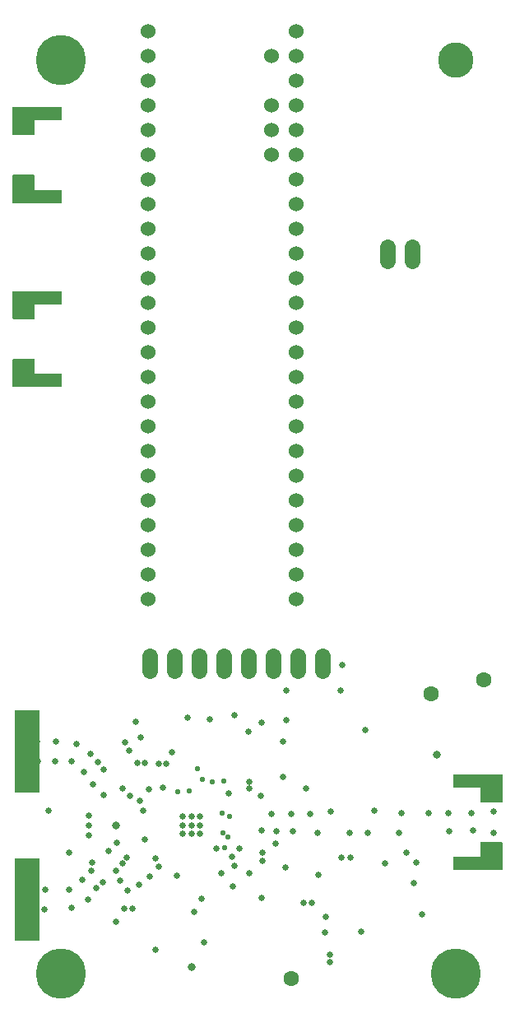
<source format=gbs>
G04 EAGLE Gerber RS-274X export*
G75*
%MOMM*%
%FSLAX34Y34*%
%LPD*%
%INSoldermask Bottom*%
%IPPOS*%
%AMOC8*
5,1,8,0,0,1.08239X$1,22.5*%
G01*
%ADD10C,3.632200*%
%ADD11R,2.616200X8.458200*%
%ADD12C,1.600200*%
%ADD13R,5.156200X1.346200*%
%ADD14C,1.524000*%
%ADD15C,1.576200*%
%ADD16C,0.533400*%
%ADD17C,0.635000*%
%ADD18C,5.156200*%
%ADD19C,1.600200*%
%ADD20C,0.629400*%
%ADD21C,0.838200*%
%ADD22C,0.679400*%

G36*
X22978Y887746D02*
X22978Y887746D01*
X23097Y887753D01*
X23135Y887766D01*
X23176Y887771D01*
X23286Y887814D01*
X23399Y887851D01*
X23434Y887873D01*
X23471Y887888D01*
X23567Y887958D01*
X23668Y888021D01*
X23696Y888051D01*
X23729Y888074D01*
X23805Y888166D01*
X23886Y888253D01*
X23906Y888288D01*
X23931Y888319D01*
X23982Y888427D01*
X24040Y888531D01*
X24050Y888571D01*
X24067Y888607D01*
X24089Y888724D01*
X24119Y888839D01*
X24123Y888900D01*
X24127Y888920D01*
X24125Y888940D01*
X24129Y889000D01*
X24129Y905003D01*
X37973Y905003D01*
X38091Y905018D01*
X38210Y905025D01*
X38248Y905038D01*
X38289Y905043D01*
X38399Y905086D01*
X38512Y905123D01*
X38547Y905145D01*
X38584Y905160D01*
X38680Y905230D01*
X38781Y905293D01*
X38809Y905323D01*
X38842Y905346D01*
X38918Y905438D01*
X38999Y905525D01*
X39019Y905560D01*
X39044Y905591D01*
X39095Y905699D01*
X39153Y905803D01*
X39163Y905843D01*
X39180Y905879D01*
X39202Y905996D01*
X39232Y906111D01*
X39236Y906172D01*
X39240Y906192D01*
X39238Y906212D01*
X39242Y906272D01*
X39242Y912749D01*
X39227Y912867D01*
X39220Y912986D01*
X39207Y913024D01*
X39202Y913065D01*
X39159Y913175D01*
X39122Y913288D01*
X39100Y913323D01*
X39085Y913360D01*
X39016Y913456D01*
X38952Y913557D01*
X38922Y913585D01*
X38899Y913618D01*
X38807Y913694D01*
X38720Y913775D01*
X38685Y913795D01*
X38654Y913820D01*
X38546Y913871D01*
X38442Y913929D01*
X38402Y913939D01*
X38366Y913956D01*
X38249Y913978D01*
X38134Y914008D01*
X38074Y914012D01*
X38054Y914016D01*
X38033Y914014D01*
X37973Y914018D01*
X2540Y914018D01*
X2422Y914003D01*
X2303Y913996D01*
X2265Y913983D01*
X2224Y913978D01*
X2114Y913935D01*
X2001Y913898D01*
X1966Y913876D01*
X1929Y913861D01*
X1833Y913792D01*
X1732Y913728D01*
X1704Y913698D01*
X1671Y913675D01*
X1596Y913583D01*
X1514Y913496D01*
X1494Y913461D01*
X1469Y913430D01*
X1418Y913322D01*
X1360Y913218D01*
X1350Y913178D01*
X1333Y913142D01*
X1311Y913025D01*
X1281Y912910D01*
X1277Y912850D01*
X1273Y912830D01*
X1275Y912809D01*
X1271Y912749D01*
X1271Y889000D01*
X1286Y888882D01*
X1293Y888763D01*
X1306Y888725D01*
X1311Y888684D01*
X1354Y888574D01*
X1391Y888461D01*
X1413Y888426D01*
X1428Y888389D01*
X1498Y888293D01*
X1561Y888192D01*
X1591Y888164D01*
X1614Y888131D01*
X1706Y888056D01*
X1793Y887974D01*
X1828Y887954D01*
X1859Y887929D01*
X1967Y887878D01*
X2071Y887820D01*
X2111Y887810D01*
X2147Y887793D01*
X2264Y887771D01*
X2379Y887741D01*
X2440Y887737D01*
X2460Y887733D01*
X2480Y887735D01*
X2540Y887731D01*
X22860Y887731D01*
X22978Y887746D01*
G37*
G36*
X22978Y698516D02*
X22978Y698516D01*
X23097Y698523D01*
X23135Y698536D01*
X23176Y698541D01*
X23286Y698584D01*
X23399Y698621D01*
X23434Y698643D01*
X23471Y698658D01*
X23567Y698728D01*
X23668Y698791D01*
X23696Y698821D01*
X23729Y698844D01*
X23805Y698936D01*
X23886Y699023D01*
X23906Y699058D01*
X23931Y699089D01*
X23982Y699197D01*
X24040Y699301D01*
X24050Y699341D01*
X24067Y699377D01*
X24089Y699494D01*
X24119Y699609D01*
X24123Y699670D01*
X24127Y699690D01*
X24125Y699710D01*
X24129Y699770D01*
X24129Y715773D01*
X37973Y715773D01*
X38091Y715788D01*
X38210Y715795D01*
X38248Y715808D01*
X38289Y715813D01*
X38399Y715856D01*
X38512Y715893D01*
X38547Y715915D01*
X38584Y715930D01*
X38680Y716000D01*
X38781Y716063D01*
X38809Y716093D01*
X38842Y716116D01*
X38918Y716208D01*
X38999Y716295D01*
X39019Y716330D01*
X39044Y716361D01*
X39095Y716469D01*
X39153Y716573D01*
X39163Y716613D01*
X39180Y716649D01*
X39202Y716766D01*
X39232Y716881D01*
X39236Y716942D01*
X39240Y716962D01*
X39238Y716982D01*
X39242Y717042D01*
X39242Y723519D01*
X39227Y723637D01*
X39220Y723756D01*
X39207Y723794D01*
X39202Y723835D01*
X39159Y723945D01*
X39122Y724058D01*
X39100Y724093D01*
X39085Y724130D01*
X39016Y724226D01*
X38952Y724327D01*
X38922Y724355D01*
X38899Y724388D01*
X38807Y724464D01*
X38720Y724545D01*
X38685Y724565D01*
X38654Y724590D01*
X38546Y724641D01*
X38442Y724699D01*
X38402Y724709D01*
X38366Y724726D01*
X38249Y724748D01*
X38134Y724778D01*
X38074Y724782D01*
X38054Y724786D01*
X38033Y724784D01*
X37973Y724788D01*
X2540Y724788D01*
X2422Y724773D01*
X2303Y724766D01*
X2265Y724753D01*
X2224Y724748D01*
X2114Y724705D01*
X2001Y724668D01*
X1966Y724646D01*
X1929Y724631D01*
X1833Y724562D01*
X1732Y724498D01*
X1704Y724468D01*
X1671Y724445D01*
X1596Y724353D01*
X1514Y724266D01*
X1494Y724231D01*
X1469Y724200D01*
X1418Y724092D01*
X1360Y723988D01*
X1350Y723948D01*
X1333Y723912D01*
X1311Y723795D01*
X1281Y723680D01*
X1277Y723620D01*
X1273Y723600D01*
X1275Y723579D01*
X1271Y723519D01*
X1271Y699770D01*
X1286Y699652D01*
X1293Y699533D01*
X1306Y699495D01*
X1311Y699454D01*
X1354Y699344D01*
X1391Y699231D01*
X1413Y699196D01*
X1428Y699159D01*
X1498Y699063D01*
X1561Y698962D01*
X1591Y698934D01*
X1614Y698901D01*
X1706Y698826D01*
X1793Y698744D01*
X1828Y698724D01*
X1859Y698699D01*
X1967Y698648D01*
X2071Y698590D01*
X2111Y698580D01*
X2147Y698563D01*
X2264Y698541D01*
X2379Y698511D01*
X2440Y698507D01*
X2460Y698503D01*
X2480Y698505D01*
X2540Y698501D01*
X22860Y698501D01*
X22978Y698516D01*
G37*
G36*
X504308Y134509D02*
X504308Y134509D01*
X504427Y134516D01*
X504465Y134529D01*
X504506Y134534D01*
X504616Y134577D01*
X504729Y134614D01*
X504764Y134636D01*
X504801Y134651D01*
X504897Y134721D01*
X504998Y134784D01*
X505026Y134814D01*
X505059Y134837D01*
X505135Y134929D01*
X505216Y135016D01*
X505236Y135051D01*
X505261Y135082D01*
X505312Y135190D01*
X505370Y135294D01*
X505380Y135334D01*
X505397Y135370D01*
X505419Y135487D01*
X505449Y135602D01*
X505453Y135663D01*
X505457Y135683D01*
X505455Y135703D01*
X505459Y135763D01*
X505459Y159512D01*
X505444Y159630D01*
X505437Y159749D01*
X505424Y159787D01*
X505419Y159828D01*
X505376Y159938D01*
X505339Y160051D01*
X505317Y160086D01*
X505302Y160123D01*
X505233Y160219D01*
X505169Y160320D01*
X505139Y160348D01*
X505116Y160381D01*
X505024Y160457D01*
X504937Y160538D01*
X504902Y160558D01*
X504871Y160583D01*
X504763Y160634D01*
X504659Y160692D01*
X504619Y160702D01*
X504583Y160719D01*
X504466Y160741D01*
X504351Y160771D01*
X504291Y160775D01*
X504271Y160779D01*
X504250Y160777D01*
X504190Y160781D01*
X483870Y160781D01*
X483752Y160766D01*
X483633Y160759D01*
X483595Y160746D01*
X483554Y160741D01*
X483444Y160698D01*
X483331Y160661D01*
X483296Y160639D01*
X483259Y160624D01*
X483163Y160555D01*
X483062Y160491D01*
X483034Y160461D01*
X483001Y160438D01*
X482926Y160346D01*
X482844Y160259D01*
X482824Y160224D01*
X482799Y160193D01*
X482748Y160085D01*
X482690Y159981D01*
X482680Y159941D01*
X482663Y159905D01*
X482641Y159788D01*
X482611Y159673D01*
X482607Y159613D01*
X482603Y159593D01*
X482605Y159572D01*
X482601Y159512D01*
X482601Y143509D01*
X468757Y143509D01*
X468639Y143494D01*
X468520Y143487D01*
X468482Y143474D01*
X468441Y143469D01*
X468331Y143426D01*
X468218Y143389D01*
X468183Y143367D01*
X468146Y143352D01*
X468050Y143283D01*
X467949Y143219D01*
X467921Y143189D01*
X467888Y143166D01*
X467813Y143074D01*
X467731Y142987D01*
X467711Y142952D01*
X467686Y142921D01*
X467635Y142813D01*
X467577Y142709D01*
X467567Y142669D01*
X467550Y142633D01*
X467528Y142516D01*
X467498Y142401D01*
X467494Y142341D01*
X467490Y142321D01*
X467492Y142300D01*
X467488Y142240D01*
X467488Y135763D01*
X467503Y135645D01*
X467510Y135526D01*
X467523Y135488D01*
X467528Y135447D01*
X467571Y135337D01*
X467608Y135224D01*
X467630Y135189D01*
X467645Y135152D01*
X467715Y135056D01*
X467778Y134955D01*
X467808Y134927D01*
X467831Y134894D01*
X467923Y134819D01*
X468010Y134737D01*
X468045Y134717D01*
X468076Y134692D01*
X468184Y134641D01*
X468288Y134583D01*
X468328Y134573D01*
X468364Y134556D01*
X468481Y134534D01*
X468596Y134504D01*
X468657Y134500D01*
X468677Y134496D01*
X468697Y134498D01*
X468757Y134494D01*
X504190Y134494D01*
X504308Y134509D01*
G37*
G36*
X31614Y820817D02*
X31614Y820817D01*
X31733Y820824D01*
X31771Y820837D01*
X31812Y820842D01*
X31922Y820885D01*
X32035Y820922D01*
X32070Y820944D01*
X32107Y820959D01*
X32203Y821029D01*
X32304Y821092D01*
X32332Y821122D01*
X32365Y821145D01*
X32441Y821237D01*
X32522Y821324D01*
X32542Y821359D01*
X32567Y821390D01*
X32618Y821498D01*
X32676Y821602D01*
X32686Y821642D01*
X32703Y821678D01*
X32725Y821795D01*
X32755Y821910D01*
X32759Y821971D01*
X32763Y821991D01*
X32761Y822011D01*
X32765Y822071D01*
X32765Y828548D01*
X32750Y828666D01*
X32743Y828785D01*
X32730Y828823D01*
X32725Y828864D01*
X32682Y828974D01*
X32645Y829087D01*
X32623Y829122D01*
X32608Y829159D01*
X32539Y829255D01*
X32475Y829356D01*
X32445Y829384D01*
X32422Y829417D01*
X32330Y829493D01*
X32243Y829574D01*
X32208Y829594D01*
X32177Y829619D01*
X32069Y829670D01*
X31965Y829728D01*
X31925Y829738D01*
X31889Y829755D01*
X31772Y829777D01*
X31657Y829807D01*
X31597Y829811D01*
X31577Y829815D01*
X31556Y829813D01*
X31496Y829817D01*
X24129Y829817D01*
X24129Y845820D01*
X24114Y845938D01*
X24107Y846057D01*
X24094Y846095D01*
X24089Y846136D01*
X24046Y846246D01*
X24009Y846359D01*
X23987Y846394D01*
X23972Y846431D01*
X23903Y846527D01*
X23839Y846628D01*
X23809Y846656D01*
X23786Y846689D01*
X23694Y846765D01*
X23607Y846846D01*
X23572Y846866D01*
X23541Y846891D01*
X23433Y846942D01*
X23329Y847000D01*
X23289Y847010D01*
X23253Y847027D01*
X23136Y847049D01*
X23021Y847079D01*
X22961Y847083D01*
X22941Y847087D01*
X22920Y847085D01*
X22860Y847089D01*
X2540Y847089D01*
X2422Y847074D01*
X2303Y847067D01*
X2265Y847054D01*
X2224Y847049D01*
X2114Y847006D01*
X2001Y846969D01*
X1966Y846947D01*
X1929Y846932D01*
X1833Y846863D01*
X1732Y846799D01*
X1704Y846769D01*
X1671Y846746D01*
X1596Y846654D01*
X1514Y846567D01*
X1494Y846532D01*
X1469Y846501D01*
X1418Y846393D01*
X1360Y846289D01*
X1350Y846249D01*
X1333Y846213D01*
X1311Y846096D01*
X1281Y845981D01*
X1277Y845921D01*
X1273Y845901D01*
X1275Y845880D01*
X1271Y845820D01*
X1271Y822071D01*
X1286Y821953D01*
X1293Y821834D01*
X1306Y821796D01*
X1311Y821755D01*
X1354Y821645D01*
X1391Y821532D01*
X1413Y821497D01*
X1428Y821460D01*
X1498Y821364D01*
X1561Y821263D01*
X1591Y821235D01*
X1614Y821202D01*
X1706Y821127D01*
X1793Y821045D01*
X1828Y821025D01*
X1859Y821000D01*
X1967Y820949D01*
X2071Y820891D01*
X2111Y820881D01*
X2147Y820864D01*
X2264Y820842D01*
X2379Y820812D01*
X2440Y820808D01*
X2460Y820804D01*
X2480Y820806D01*
X2540Y820802D01*
X31496Y820802D01*
X31614Y820817D01*
G37*
G36*
X31614Y631587D02*
X31614Y631587D01*
X31733Y631594D01*
X31771Y631607D01*
X31812Y631612D01*
X31922Y631655D01*
X32035Y631692D01*
X32070Y631714D01*
X32107Y631729D01*
X32203Y631799D01*
X32304Y631862D01*
X32332Y631892D01*
X32365Y631915D01*
X32441Y632007D01*
X32522Y632094D01*
X32542Y632129D01*
X32567Y632160D01*
X32618Y632268D01*
X32676Y632372D01*
X32686Y632412D01*
X32703Y632448D01*
X32725Y632565D01*
X32755Y632680D01*
X32759Y632741D01*
X32763Y632761D01*
X32761Y632781D01*
X32765Y632841D01*
X32765Y639318D01*
X32750Y639436D01*
X32743Y639555D01*
X32730Y639593D01*
X32725Y639634D01*
X32682Y639744D01*
X32645Y639857D01*
X32623Y639892D01*
X32608Y639929D01*
X32539Y640025D01*
X32475Y640126D01*
X32445Y640154D01*
X32422Y640187D01*
X32330Y640263D01*
X32243Y640344D01*
X32208Y640364D01*
X32177Y640389D01*
X32069Y640440D01*
X31965Y640498D01*
X31925Y640508D01*
X31889Y640525D01*
X31772Y640547D01*
X31657Y640577D01*
X31597Y640581D01*
X31577Y640585D01*
X31556Y640583D01*
X31496Y640587D01*
X24129Y640587D01*
X24129Y656590D01*
X24114Y656708D01*
X24107Y656827D01*
X24094Y656865D01*
X24089Y656906D01*
X24046Y657016D01*
X24009Y657129D01*
X23987Y657164D01*
X23972Y657201D01*
X23903Y657297D01*
X23839Y657398D01*
X23809Y657426D01*
X23786Y657459D01*
X23694Y657535D01*
X23607Y657616D01*
X23572Y657636D01*
X23541Y657661D01*
X23433Y657712D01*
X23329Y657770D01*
X23289Y657780D01*
X23253Y657797D01*
X23136Y657819D01*
X23021Y657849D01*
X22961Y657853D01*
X22941Y657857D01*
X22920Y657855D01*
X22860Y657859D01*
X2540Y657859D01*
X2422Y657844D01*
X2303Y657837D01*
X2265Y657824D01*
X2224Y657819D01*
X2114Y657776D01*
X2001Y657739D01*
X1966Y657717D01*
X1929Y657702D01*
X1833Y657633D01*
X1732Y657569D01*
X1704Y657539D01*
X1671Y657516D01*
X1596Y657424D01*
X1514Y657337D01*
X1494Y657302D01*
X1469Y657271D01*
X1418Y657163D01*
X1360Y657059D01*
X1350Y657019D01*
X1333Y656983D01*
X1311Y656866D01*
X1281Y656751D01*
X1277Y656691D01*
X1273Y656671D01*
X1275Y656650D01*
X1271Y656590D01*
X1271Y632841D01*
X1286Y632723D01*
X1293Y632604D01*
X1306Y632566D01*
X1311Y632525D01*
X1354Y632415D01*
X1391Y632302D01*
X1413Y632267D01*
X1428Y632230D01*
X1498Y632134D01*
X1561Y632033D01*
X1591Y632005D01*
X1614Y631972D01*
X1706Y631897D01*
X1793Y631815D01*
X1828Y631795D01*
X1859Y631770D01*
X1967Y631719D01*
X2071Y631661D01*
X2111Y631651D01*
X2147Y631634D01*
X2264Y631612D01*
X2379Y631582D01*
X2440Y631578D01*
X2460Y631574D01*
X2480Y631576D01*
X2540Y631572D01*
X31496Y631572D01*
X31614Y631587D01*
G37*
G36*
X504308Y201438D02*
X504308Y201438D01*
X504427Y201445D01*
X504465Y201458D01*
X504506Y201463D01*
X504616Y201506D01*
X504729Y201543D01*
X504764Y201565D01*
X504801Y201580D01*
X504897Y201650D01*
X504998Y201713D01*
X505026Y201743D01*
X505059Y201766D01*
X505135Y201858D01*
X505216Y201945D01*
X505236Y201980D01*
X505261Y202011D01*
X505312Y202119D01*
X505370Y202223D01*
X505380Y202263D01*
X505397Y202299D01*
X505419Y202416D01*
X505449Y202531D01*
X505453Y202592D01*
X505457Y202612D01*
X505455Y202632D01*
X505459Y202692D01*
X505459Y226441D01*
X505444Y226559D01*
X505437Y226678D01*
X505424Y226716D01*
X505419Y226757D01*
X505376Y226867D01*
X505339Y226980D01*
X505317Y227015D01*
X505302Y227052D01*
X505233Y227148D01*
X505169Y227249D01*
X505139Y227277D01*
X505116Y227310D01*
X505024Y227386D01*
X504937Y227467D01*
X504902Y227487D01*
X504871Y227512D01*
X504763Y227563D01*
X504659Y227621D01*
X504619Y227631D01*
X504583Y227648D01*
X504466Y227670D01*
X504351Y227700D01*
X504291Y227704D01*
X504271Y227708D01*
X504250Y227706D01*
X504190Y227710D01*
X475234Y227710D01*
X475116Y227695D01*
X474997Y227688D01*
X474959Y227675D01*
X474918Y227670D01*
X474808Y227627D01*
X474695Y227590D01*
X474660Y227568D01*
X474623Y227553D01*
X474527Y227484D01*
X474426Y227420D01*
X474398Y227390D01*
X474365Y227367D01*
X474290Y227275D01*
X474208Y227188D01*
X474188Y227153D01*
X474163Y227122D01*
X474112Y227014D01*
X474054Y226910D01*
X474044Y226870D01*
X474027Y226834D01*
X474005Y226717D01*
X473975Y226602D01*
X473971Y226542D01*
X473967Y226522D01*
X473969Y226501D01*
X473965Y226441D01*
X473965Y219964D01*
X473980Y219846D01*
X473987Y219727D01*
X474000Y219689D01*
X474005Y219648D01*
X474048Y219538D01*
X474085Y219425D01*
X474107Y219390D01*
X474122Y219353D01*
X474192Y219257D01*
X474255Y219156D01*
X474285Y219128D01*
X474308Y219095D01*
X474400Y219020D01*
X474487Y218938D01*
X474522Y218918D01*
X474553Y218893D01*
X474661Y218842D01*
X474765Y218784D01*
X474805Y218774D01*
X474841Y218757D01*
X474958Y218735D01*
X475073Y218705D01*
X475134Y218701D01*
X475154Y218697D01*
X475174Y218699D01*
X475234Y218695D01*
X482601Y218695D01*
X482601Y202692D01*
X482616Y202574D01*
X482623Y202455D01*
X482636Y202417D01*
X482641Y202376D01*
X482684Y202266D01*
X482721Y202153D01*
X482743Y202118D01*
X482758Y202081D01*
X482828Y201985D01*
X482891Y201884D01*
X482921Y201856D01*
X482944Y201823D01*
X483036Y201748D01*
X483123Y201666D01*
X483158Y201646D01*
X483189Y201621D01*
X483297Y201570D01*
X483401Y201512D01*
X483441Y201502D01*
X483477Y201485D01*
X483594Y201463D01*
X483709Y201433D01*
X483770Y201429D01*
X483790Y201425D01*
X483810Y201427D01*
X483870Y201423D01*
X504190Y201423D01*
X504308Y201438D01*
G37*
D10*
X457200Y965200D03*
D11*
X16510Y254000D03*
X16510Y101600D03*
D12*
X167640Y336550D02*
X167640Y351790D01*
X193040Y351790D02*
X193040Y336550D01*
X218440Y336550D02*
X218440Y351790D01*
X243840Y351790D02*
X243840Y336550D01*
X269240Y336550D02*
X269240Y351790D01*
X294640Y351790D02*
X294640Y336550D01*
X320040Y336550D02*
X320040Y351790D01*
X142240Y351790D02*
X142240Y336550D01*
D13*
X480060Y223647D03*
X480060Y138557D03*
D14*
X140970Y943610D03*
X140970Y918210D03*
X140970Y892810D03*
X140970Y867410D03*
X140970Y842010D03*
X140970Y816610D03*
X140970Y791210D03*
X140970Y765810D03*
X140970Y740410D03*
X140970Y715010D03*
X140970Y689610D03*
X140970Y664210D03*
X293370Y664210D03*
X293370Y689610D03*
X293370Y715010D03*
X293370Y740410D03*
X293370Y765810D03*
X293370Y791210D03*
X293370Y816610D03*
X293370Y842010D03*
X293370Y867410D03*
X293370Y892810D03*
X293370Y918210D03*
X140970Y969010D03*
X293370Y943610D03*
X293370Y969010D03*
X140970Y994410D03*
X293370Y994410D03*
X140970Y638810D03*
X293370Y638810D03*
X140970Y613410D03*
X140970Y588010D03*
X140970Y562610D03*
X140970Y537210D03*
X140970Y511810D03*
X140970Y486410D03*
X140970Y461010D03*
X140970Y435610D03*
X140970Y410210D03*
X293370Y410210D03*
X293370Y435610D03*
X293370Y461010D03*
X293370Y486410D03*
X293370Y511810D03*
X293370Y537210D03*
X293370Y562610D03*
X293370Y588010D03*
X293370Y613410D03*
X267970Y969010D03*
X267970Y918210D03*
X267970Y892810D03*
X267970Y867410D03*
D15*
X412750Y773310D02*
X412750Y758310D01*
X387350Y758310D02*
X387350Y773310D01*
D13*
X26670Y824865D03*
X26670Y909955D03*
X26670Y635635D03*
X26670Y720725D03*
D16*
X217678Y170434D03*
X217098Y190300D03*
D17*
X16510Y111760D03*
X34544Y111760D03*
X59436Y111760D03*
X73152Y121920D03*
X82042Y130810D03*
X83312Y139700D03*
X99822Y151130D03*
X108712Y160020D03*
X16510Y91440D03*
X34290Y91440D03*
X62230Y92710D03*
X78740Y101600D03*
X87630Y113030D03*
X93726Y119634D03*
X107442Y131572D03*
X114046Y139192D03*
X118364Y144526D03*
X136906Y163322D03*
X10922Y243840D03*
X27178Y244094D03*
X44958Y244094D03*
X61722Y243840D03*
X74422Y232410D03*
X83820Y219964D03*
X95250Y208788D03*
X10160Y264160D03*
X26670Y264160D03*
X45720Y264160D03*
X67310Y261620D03*
X81280Y251460D03*
X88900Y242570D03*
X95250Y234950D03*
X121920Y208280D03*
X135890Y193040D03*
X156210Y216662D03*
X148082Y49530D03*
X496570Y191770D03*
X473710Y190500D03*
X449580Y190500D03*
X429260Y190500D03*
X401320Y190500D03*
X373380Y193040D03*
X328930Y191770D03*
X307340Y189230D03*
X288290Y189230D03*
X267970Y189230D03*
X273050Y171450D03*
X257810Y172720D03*
X289560Y171450D03*
X314960Y170180D03*
X347980Y170180D03*
X367030Y170180D03*
X398780Y170180D03*
X450850Y171450D03*
X474980Y172720D03*
X496570Y170180D03*
D18*
X50800Y965200D03*
X50800Y25400D03*
X457200Y25400D03*
D17*
X80010Y177800D03*
X38100Y193040D03*
X59690Y149860D03*
X198120Y57150D03*
X257810Y102870D03*
X210566Y153924D03*
X281940Y134620D03*
X234950Y153670D03*
X300990Y98298D03*
X384810Y138430D03*
X406400Y149860D03*
X414020Y118110D03*
X416560Y139700D03*
X364490Y275590D03*
X229870Y290830D03*
X204470Y287020D03*
X181610Y288290D03*
X194310Y186690D03*
X185420Y186690D03*
X176530Y186690D03*
X176530Y177800D03*
X185420Y177800D03*
X194310Y177800D03*
X194310Y168910D03*
X185420Y168910D03*
X176530Y168910D03*
X80010Y187960D03*
X80010Y167640D03*
X112014Y120650D03*
X229870Y135890D03*
X133350Y267970D03*
X116840Y262890D03*
X340360Y342900D03*
X159004Y241300D03*
X151384Y241300D03*
X223774Y210820D03*
X244856Y223012D03*
X244856Y215646D03*
X258572Y150114D03*
X258572Y141732D03*
X132080Y203200D03*
X315722Y127000D03*
X129794Y241808D03*
X136906Y241808D03*
X141224Y215138D03*
X114300Y215900D03*
X245110Y128270D03*
X308864Y98044D03*
X339852Y144780D03*
X348742Y144780D03*
X422402Y86360D03*
X283210Y316230D03*
X283210Y285750D03*
X279400Y227330D03*
X279400Y264160D03*
X115824Y91948D03*
X124460Y92202D03*
X142240Y125476D03*
X131064Y116586D03*
X195326Y102108D03*
X151892Y135382D03*
X227838Y115062D03*
X216408Y128778D03*
X227076Y145796D03*
D19*
X432054Y313436D03*
D17*
X327914Y44704D03*
X327914Y37084D03*
X359664Y68834D03*
D16*
X196850Y224790D03*
X191770Y236220D03*
X218440Y223520D03*
X219710Y154940D03*
X224790Y186690D03*
D20*
X243840Y274320D03*
D16*
X182586Y213360D03*
D17*
X188468Y89154D03*
D16*
X170761Y212798D03*
D17*
X170180Y126492D03*
D16*
X207010Y222250D03*
D21*
X107950Y177800D03*
X185420Y31750D03*
D16*
X223123Y165498D03*
D20*
X128270Y284480D03*
X257810Y283210D03*
X339090Y316230D03*
D22*
X164846Y253492D03*
X120904Y255016D03*
X107950Y78740D03*
X323850Y83820D03*
X271526Y158884D03*
D20*
X256540Y208280D03*
D17*
X303276Y216154D03*
D21*
X437896Y250444D03*
D20*
X322580Y67310D03*
D17*
X119888Y110490D03*
X148590Y143510D03*
D19*
X486410Y327660D03*
X288290Y20320D03*
M02*

</source>
